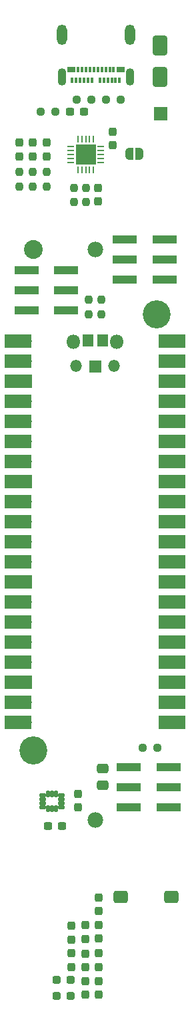
<source format=gts>
G04 #@! TF.GenerationSoftware,KiCad,Pcbnew,7.0.7*
G04 #@! TF.CreationDate,2024-03-28T15:42:58+01:00*
G04 #@! TF.ProjectId,Frackstock,46726163-6b73-4746-9f63-6b2e6b696361,2*
G04 #@! TF.SameCoordinates,Original*
G04 #@! TF.FileFunction,Soldermask,Top*
G04 #@! TF.FilePolarity,Negative*
%FSLAX46Y46*%
G04 Gerber Fmt 4.6, Leading zero omitted, Abs format (unit mm)*
G04 Created by KiCad (PCBNEW 7.0.7) date 2024-03-28 15:42:58*
%MOMM*%
%LPD*%
G01*
G04 APERTURE LIST*
G04 Aperture macros list*
%AMRoundRect*
0 Rectangle with rounded corners*
0 $1 Rounding radius*
0 $2 $3 $4 $5 $6 $7 $8 $9 X,Y pos of 4 corners*
0 Add a 4 corners polygon primitive as box body*
4,1,4,$2,$3,$4,$5,$6,$7,$8,$9,$2,$3,0*
0 Add four circle primitives for the rounded corners*
1,1,$1+$1,$2,$3*
1,1,$1+$1,$4,$5*
1,1,$1+$1,$6,$7*
1,1,$1+$1,$8,$9*
0 Add four rect primitives between the rounded corners*
20,1,$1+$1,$2,$3,$4,$5,0*
20,1,$1+$1,$4,$5,$6,$7,0*
20,1,$1+$1,$6,$7,$8,$9,0*
20,1,$1+$1,$8,$9,$2,$3,0*%
%AMFreePoly0*
4,1,19,0.500000,-0.750000,0.000000,-0.750000,0.000000,-0.744911,-0.071157,-0.744911,-0.207708,-0.704816,-0.327430,-0.627875,-0.420627,-0.520320,-0.479746,-0.390866,-0.500000,-0.250000,-0.500000,0.250000,-0.479746,0.390866,-0.420627,0.520320,-0.327430,0.627875,-0.207708,0.704816,-0.071157,0.744911,0.000000,0.744911,0.000000,0.750000,0.500000,0.750000,0.500000,-0.750000,0.500000,-0.750000,
$1*%
%AMFreePoly1*
4,1,19,0.000000,0.744911,0.071157,0.744911,0.207708,0.704816,0.327430,0.627875,0.420627,0.520320,0.479746,0.390866,0.500000,0.250000,0.500000,-0.250000,0.479746,-0.390866,0.420627,-0.520320,0.327430,-0.627875,0.207708,-0.704816,0.071157,-0.744911,0.000000,-0.744911,0.000000,-0.750000,-0.500000,-0.750000,-0.500000,0.750000,0.000000,0.750000,0.000000,0.744911,0.000000,0.744911,
$1*%
G04 Aperture macros list end*
%ADD10R,1.370000X1.500000*%
%ADD11RoundRect,0.237500X0.237500X-0.287500X0.237500X0.287500X-0.237500X0.287500X-0.237500X-0.287500X0*%
%ADD12RoundRect,0.237500X0.250000X0.237500X-0.250000X0.237500X-0.250000X-0.237500X0.250000X-0.237500X0*%
%ADD13R,1.700000X1.700000*%
%ADD14RoundRect,0.333333X-0.566667X-0.466667X0.566667X-0.466667X0.566667X0.466667X-0.566667X0.466667X0*%
%ADD15RoundRect,0.237500X-0.250000X-0.237500X0.250000X-0.237500X0.250000X0.237500X-0.250000X0.237500X0*%
%ADD16RoundRect,0.237500X-0.300000X-0.237500X0.300000X-0.237500X0.300000X0.237500X-0.300000X0.237500X0*%
%ADD17R,1.500000X1.500000*%
%ADD18RoundRect,0.237500X-0.287500X-0.237500X0.287500X-0.237500X0.287500X0.237500X-0.287500X0.237500X0*%
%ADD19FreePoly0,180.000000*%
%ADD20FreePoly1,180.000000*%
%ADD21RoundRect,0.250000X0.650000X-1.000000X0.650000X1.000000X-0.650000X1.000000X-0.650000X-1.000000X0*%
%ADD22RoundRect,0.062500X-0.062500X0.350000X-0.062500X-0.350000X0.062500X-0.350000X0.062500X0.350000X0*%
%ADD23RoundRect,0.062500X-0.350000X0.062500X-0.350000X-0.062500X0.350000X-0.062500X0.350000X0.062500X0*%
%ADD24R,2.500000X2.500000*%
%ADD25R,3.150000X1.000000*%
%ADD26RoundRect,0.237500X-0.237500X0.250000X-0.237500X-0.250000X0.237500X-0.250000X0.237500X0.250000X0*%
%ADD27RoundRect,0.237500X0.237500X-0.250000X0.237500X0.250000X-0.237500X0.250000X-0.237500X-0.250000X0*%
%ADD28RoundRect,0.237500X0.237500X-0.300000X0.237500X0.300000X-0.237500X0.300000X-0.237500X-0.300000X0*%
%ADD29RoundRect,0.237500X0.300000X0.237500X-0.300000X0.237500X-0.300000X-0.237500X0.300000X-0.237500X0*%
%ADD30R,0.300000X0.700000*%
%ADD31R,1.000000X0.700000*%
%ADD32O,1.100000X2.200000*%
%ADD33O,1.300000X2.600000*%
%ADD34RoundRect,0.237500X-0.237500X0.300000X-0.237500X-0.300000X0.237500X-0.300000X0.237500X0.300000X0*%
%ADD35RoundRect,0.116000X-0.281000X-0.161000X0.281000X-0.161000X0.281000X0.161000X-0.281000X0.161000X0*%
%ADD36RoundRect,0.116000X0.161000X-0.281000X0.161000X0.281000X-0.161000X0.281000X-0.161000X-0.281000X0*%
%ADD37RoundRect,0.116000X0.281000X0.161000X-0.281000X0.161000X-0.281000X-0.161000X0.281000X-0.161000X0*%
%ADD38RoundRect,0.116000X-0.161000X0.281000X-0.161000X-0.281000X0.161000X-0.281000X0.161000X0.281000X0*%
%ADD39RoundRect,0.250000X-0.475000X0.337500X-0.475000X-0.337500X0.475000X-0.337500X0.475000X0.337500X0*%
%ADD40O,1.800000X1.800000*%
%ADD41O,1.500000X1.500000*%
%ADD42O,1.700000X1.700000*%
%ADD43R,3.460000X1.700000*%
%ADD44C,3.550000*%
%ADD45C,2.390000*%
%ADD46C,1.980000*%
G04 APERTURE END LIST*
D10*
X128955000Y-67150000D03*
D11*
X130380000Y-146495000D03*
X130380000Y-144745000D03*
D10*
X130815000Y-67150000D03*
D12*
X133112500Y-36700000D03*
X131287500Y-36700000D03*
D13*
X138200000Y-38450000D03*
D14*
X133180000Y-137620000D03*
X139580000Y-137620000D03*
D11*
X120250000Y-43875000D03*
X120250000Y-42125000D03*
X122000000Y-43875000D03*
X122000000Y-42125000D03*
D15*
X127575000Y-36700000D03*
X129400000Y-36700000D03*
D16*
X123937500Y-128600000D03*
X125662500Y-128600000D03*
D17*
X129890000Y-70450000D03*
D11*
X126880000Y-146495000D03*
X126880000Y-144745000D03*
D18*
X125005000Y-148120000D03*
X126755000Y-148120000D03*
D19*
X135500000Y-43570000D03*
D20*
X134200000Y-43570000D03*
D21*
X138100000Y-33800000D03*
X138100000Y-29800000D03*
D22*
X129700000Y-41662500D03*
X129200000Y-41662500D03*
X128700000Y-41662500D03*
X128200000Y-41662500D03*
X127700000Y-41662500D03*
D23*
X126762500Y-42600000D03*
X126762500Y-43100000D03*
X126762500Y-43600000D03*
X126762500Y-44100000D03*
X126762500Y-44600000D03*
D22*
X127700000Y-45537500D03*
X128200000Y-45537500D03*
X128700000Y-45537500D03*
X129200000Y-45537500D03*
X129700000Y-45537500D03*
D23*
X130637500Y-44600000D03*
X130637500Y-44100000D03*
X130637500Y-43600000D03*
X130637500Y-43100000D03*
X130637500Y-42600000D03*
D24*
X128700000Y-43600000D03*
D25*
X121175000Y-58260000D03*
X126225000Y-58260000D03*
X121175000Y-60800000D03*
X126225000Y-60800000D03*
X121175000Y-63340000D03*
X126225000Y-63340000D03*
D26*
X122000000Y-45837500D03*
X122000000Y-47662500D03*
D27*
X130700000Y-63812500D03*
X130700000Y-61987500D03*
D11*
X130380000Y-139395000D03*
X130380000Y-137645000D03*
D28*
X132150000Y-42432500D03*
X132150000Y-40707500D03*
D26*
X120250000Y-45837500D03*
X120250000Y-47662500D03*
D15*
X135967500Y-118690000D03*
X137792500Y-118690000D03*
D11*
X123750000Y-43875000D03*
X123750000Y-42125000D03*
D27*
X127200000Y-49637500D03*
X127200000Y-47812500D03*
D29*
X128462500Y-38200000D03*
X126737500Y-38200000D03*
D30*
X133000000Y-34190000D03*
X132500000Y-34190000D03*
X132000000Y-34190000D03*
X131500000Y-34190000D03*
X131000000Y-34190000D03*
X130500000Y-34190000D03*
X129500000Y-34190000D03*
X129000000Y-34190000D03*
X128500000Y-34190000D03*
X128000000Y-34190000D03*
X127500000Y-34190000D03*
X127000000Y-34190000D03*
D31*
X126900000Y-32890000D03*
D30*
X127750000Y-32890000D03*
X128250000Y-32890000D03*
X128750000Y-32890000D03*
X129250000Y-32890000D03*
X129750000Y-32890000D03*
X130250000Y-32890000D03*
X130750000Y-32890000D03*
X131250000Y-32890000D03*
X131750000Y-32890000D03*
X132250000Y-32890000D03*
D31*
X133100000Y-32890000D03*
D32*
X134320000Y-33780000D03*
X125680000Y-33780000D03*
D33*
X134320000Y-28420000D03*
X125680000Y-28420000D03*
D34*
X128630000Y-148257500D03*
X128630000Y-149982500D03*
D15*
X122987500Y-38200000D03*
X124812500Y-38200000D03*
D27*
X128700000Y-49637500D03*
X128700000Y-47812500D03*
X129100000Y-63812500D03*
X129100000Y-61987500D03*
D25*
X134175000Y-121160000D03*
X139225000Y-121160000D03*
X134175000Y-123700000D03*
X139225000Y-123700000D03*
X134175000Y-126240000D03*
X139225000Y-126240000D03*
D11*
X128630000Y-142895000D03*
X128630000Y-141145000D03*
D28*
X130380000Y-149982500D03*
X130380000Y-148257500D03*
D34*
X126880000Y-141257500D03*
X126880000Y-142982500D03*
D28*
X130380000Y-142882500D03*
X130380000Y-141157500D03*
D26*
X123750000Y-45837500D03*
X123750000Y-47662500D03*
D25*
X133675000Y-54360000D03*
X138725000Y-54360000D03*
X133675000Y-56900000D03*
X138725000Y-56900000D03*
X133675000Y-59440000D03*
X138725000Y-59440000D03*
D34*
X128630000Y-144757500D03*
X128630000Y-146482500D03*
D35*
X123235000Y-124750000D03*
X123235000Y-125250000D03*
X123235000Y-125750000D03*
X123235000Y-126250000D03*
D36*
X123900000Y-126415000D03*
X124400000Y-126415000D03*
X124900000Y-126415000D03*
D37*
X125565000Y-126250000D03*
X125565000Y-125750000D03*
X125565000Y-125250000D03*
X125565000Y-124750000D03*
D38*
X124900000Y-124585000D03*
X124400000Y-124585000D03*
X123900000Y-124585000D03*
D18*
X125005000Y-150120000D03*
X126755000Y-150120000D03*
D39*
X130890000Y-121372500D03*
X130890000Y-123447500D03*
D40*
X127165000Y-67350000D03*
D41*
X127465000Y-70380000D03*
X132315000Y-70380000D03*
D40*
X132615000Y-67350000D03*
D42*
X121000000Y-67220000D03*
D43*
X120120000Y-67220000D03*
D42*
X121000000Y-69760000D03*
D43*
X120120000Y-69760000D03*
D13*
X121000000Y-72300000D03*
D43*
X120120000Y-72300000D03*
D42*
X121000000Y-74840000D03*
D43*
X120120000Y-74840000D03*
D42*
X121000000Y-77380000D03*
D43*
X120120000Y-77380000D03*
D42*
X121000000Y-79920000D03*
D43*
X120120000Y-79920000D03*
D42*
X121000000Y-82460000D03*
D43*
X120120000Y-82460000D03*
D13*
X121000000Y-85000000D03*
D43*
X120120000Y-85000000D03*
D42*
X121000000Y-87540000D03*
D43*
X120120000Y-87540000D03*
D42*
X121000000Y-90080000D03*
D43*
X120120000Y-90080000D03*
D42*
X121000000Y-92620000D03*
D43*
X120120000Y-92620000D03*
D42*
X121000000Y-95160000D03*
D43*
X120120000Y-95160000D03*
D13*
X121000000Y-97700000D03*
D43*
X120120000Y-97700000D03*
D42*
X121000000Y-100240000D03*
D43*
X120120000Y-100240000D03*
D42*
X121000000Y-102780000D03*
D43*
X120120000Y-102780000D03*
D42*
X121000000Y-105320000D03*
D43*
X120120000Y-105320000D03*
D42*
X121000000Y-107860000D03*
D43*
X120120000Y-107860000D03*
D13*
X121000000Y-110400000D03*
D43*
X120120000Y-110400000D03*
D42*
X121000000Y-112940000D03*
D43*
X120120000Y-112940000D03*
D42*
X121000000Y-115480000D03*
D43*
X120120000Y-115480000D03*
D42*
X138780000Y-115480000D03*
D43*
X139660000Y-115480000D03*
D42*
X138780000Y-112940000D03*
D43*
X139660000Y-112940000D03*
D13*
X138780000Y-110400000D03*
D43*
X139660000Y-110400000D03*
D42*
X138780000Y-107860000D03*
D43*
X139660000Y-107860000D03*
D42*
X138780000Y-105320000D03*
D43*
X139660000Y-105320000D03*
D42*
X138780000Y-102780000D03*
D43*
X139660000Y-102780000D03*
D42*
X138780000Y-100240000D03*
D43*
X139660000Y-100240000D03*
D13*
X138780000Y-97700000D03*
D43*
X139660000Y-97700000D03*
D42*
X138780000Y-95160000D03*
D43*
X139660000Y-95160000D03*
D42*
X138780000Y-92620000D03*
D43*
X139660000Y-92620000D03*
D42*
X138780000Y-90080000D03*
D43*
X139660000Y-90080000D03*
D42*
X138780000Y-87540000D03*
D43*
X139660000Y-87540000D03*
D13*
X138780000Y-85000000D03*
D43*
X139660000Y-85000000D03*
D42*
X138780000Y-82460000D03*
D43*
X139660000Y-82460000D03*
D42*
X138780000Y-79920000D03*
D43*
X139660000Y-79920000D03*
D42*
X138780000Y-77380000D03*
D43*
X139660000Y-77380000D03*
D42*
X138780000Y-74840000D03*
D43*
X139660000Y-74840000D03*
D13*
X138780000Y-72300000D03*
D43*
X139660000Y-72300000D03*
D42*
X138780000Y-69760000D03*
D43*
X139660000Y-69760000D03*
D42*
X138780000Y-67220000D03*
D43*
X139660000Y-67220000D03*
D34*
X130300000Y-47837500D03*
X130300000Y-49562500D03*
D28*
X127700000Y-126262500D03*
X127700000Y-124537500D03*
D44*
X122010000Y-119020000D03*
X137750000Y-63820000D03*
D45*
X122010000Y-55620000D03*
D46*
X129880000Y-55620000D03*
X129880000Y-127840000D03*
M02*

</source>
